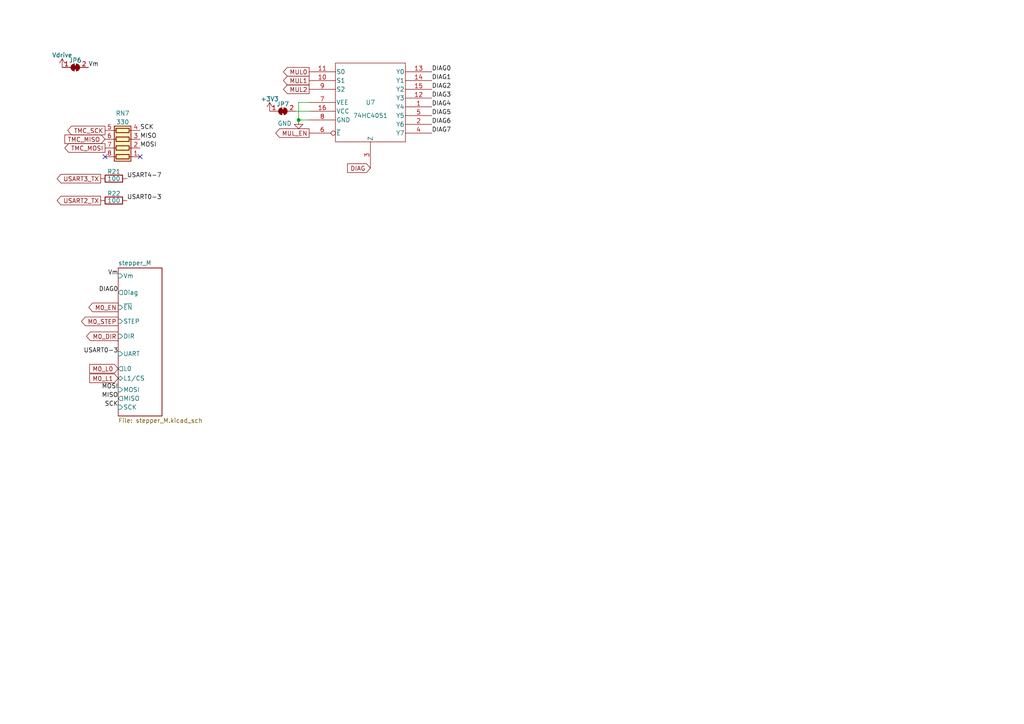
<source format=kicad_sch>
(kicad_sch (version 20211123) (generator eeschema)
  (paper "A4")
  (lib_symbols
    (symbol "Device:R" (pin_numbers hide) (pin_names (offset 0))
      (property "Reference" "R" (at 2.032 0 90))
      (property "Value" "R" (at 0 0 90))
      (symbol "R_0_1"
        (rectangle (start -1.016 -2.54) (end 1.016 2.54) (stroke (width 0.254)))
      )
      (symbol "R_1_1"
        (pin passive line (at 0 3.81 270) (length 1.27) (name "~") (number "1"))
        (pin passive line (at 0 -3.81 90) (length 1.27) (name "~") (number "2"))
      )
    )
    (symbol "Device:R_Pack04" (pin_names (offset 0) hide)
      (property "Reference" "RN" (at -7.62 0 90))
      (property "Value" "R_Pack04" (at 5.08 0 90))
      (symbol "R_Pack04_0_1"
        (rectangle (start -6.35 -2.413) (end 3.81 2.413) (stroke (width 0.254)) (fill (type background)))
        (rectangle (start -5.715 1.905) (end -4.445 -1.905) (stroke (width 0.254)))
        (rectangle (start -3.175 1.905) (end -1.905 -1.905) (stroke (width 0.254)))
        (rectangle (start -0.635 1.905) (end 0.635 -1.905) (stroke (width 0.254)))
        (polyline (pts (xy -5.08 -2.54) (xy -5.08 -1.905)))
        (polyline (pts (xy -5.08 1.905) (xy -5.08 2.54)))
        (polyline (pts (xy -2.54 -2.54) (xy -2.54 -1.905)))
        (polyline (pts (xy -2.54 1.905) (xy -2.54 2.54)))
        (polyline (pts (xy 0 -2.54) (xy 0 -1.905)))
        (polyline (pts (xy 0 1.905) (xy 0 2.54)))
        (polyline (pts (xy 2.54 -2.54) (xy 2.54 -1.905)))
        (polyline (pts (xy 2.54 1.905) (xy 2.54 2.54)))
        (rectangle (start 1.905 1.905) (end 3.175 -1.905) (stroke (width 0.254)))
      )
      (symbol "R_Pack04_1_1"
        (pin passive line (at -5.08 -5.08 90) (length 2.54) (name "R1.1") (number "1"))
        (pin passive line (at -2.54 -5.08 90) (length 2.54) (name "R2.1") (number "2"))
        (pin passive line (at 0 -5.08 90) (length 2.54) (name "R3.1") (number "3"))
        (pin passive line (at 2.54 -5.08 90) (length 2.54) (name "R4.1") (number "4"))
        (pin passive line (at 2.54 5.08 270) (length 2.54) (name "R4.2") (number "5"))
        (pin passive line (at 0 5.08 270) (length 2.54) (name "R3.2") (number "6"))
        (pin passive line (at -2.54 5.08 270) (length 2.54) (name "R2.2") (number "7"))
        (pin passive line (at -5.08 5.08 270) (length 2.54) (name "R1.2") (number "8"))
      )
    )
    (symbol "Jumper:SolderJumper_2_Bridged" (pin_names (offset 0) hide)
      (property "Reference" "JP" (at 0 2.032 0))
      (property "Value" "SolderJumper_2_Bridged" (at 0 -2.54 0))
      (symbol "SolderJumper_2_Bridged_0_1"
        (rectangle (start -0.508 0.508) (end 0.508 -0.508) (fill (type outline)))
        (arc (start -0.254 1.016) (mid -1.27 0) (end -0.254 -1.016))
        (arc (start -0.254 1.016) (mid -1.27 0) (end -0.254 -1.016) (fill (type outline)))
        (polyline (pts (xy -0.254 1.016) (xy -0.254 -1.016)))
        (polyline (pts (xy 0.254 1.016) (xy 0.254 -1.016)))
        (arc (start 0.254 -1.016) (mid 1.27 0) (end 0.254 1.016))
        (arc (start 0.254 -1.016) (mid 1.27 0) (end 0.254 1.016) (fill (type outline)))
      )
      (symbol "SolderJumper_2_Bridged_1_1"
        (pin passive line (at -3.81 0 0) (length 2.54) (name "A") (number "1"))
        (pin passive line (at 3.81 0 180) (length 2.54) (name "B") (number "2"))
      )
    )
    (symbol "power:+3.3V" (power) (pin_names (offset 0))
      (property "Value" "+3.3V" (at 0 3.556 0))
      (symbol "+3.3V_0_1"
        (polyline (pts (xy -0.762 1.27) (xy 0 2.54)))
        (polyline (pts (xy 0 0) (xy 0 2.54)))
        (polyline (pts (xy 0 2.54) (xy 0.762 1.27)))
      )
      (symbol "+3.3V_1_1"
        (pin power_in line (at 0 0 90) (length 0) hide (name "+3V3") (number "1"))
      )
    )
    (symbol "power:GND" (power) (pin_names (offset 0))
      (property "Value" "GND" (at 0 -3.81 0))
      (symbol "GND_0_1"
        (polyline (pts (xy 0 0) (xy 0 -1.27) (xy 1.27 -1.27) (xy 0 -2.54) (xy -1.27 -1.27) (xy 0 -1.27)))
      )
      (symbol "GND_1_1"
        (pin power_in line (at 0 0 270) (length 0) hide (name "GND") (number "1"))
      )
    )
    (symbol "power:Vdrive" (power) (pin_names (offset 0))
      (property "Value" "Vdrive" (at 0 3.81 0))
      (symbol "Vdrive_0_1"
        (polyline (pts (xy -0.762 1.27) (xy 0 2.54)))
        (polyline (pts (xy 0 0) (xy 0 2.54)))
        (polyline (pts (xy 0 2.54) (xy 0.762 1.27)))
      )
      (symbol "Vdrive_1_1"
        (pin power_in line (at 0 0 90) (length 0) hide (name "Vdrive") (number "1"))
      )
    )
    (symbol "stm32-rescue:74HC4051" (pin_names (offset 0.254))
      (property "Reference" "U" (at 0 0 0))
      (property "Value" "74HC4051" (at 0 -3.81 0))
      (symbol "74HC4051_0_1"
        (rectangle (start -10.16 11.43) (end 10.16 -11.43))
      )
      (symbol "74HC4051_1_1"
        (pin bidirectional line (at 17.78 -1.27 180) (length 7.62) (name "Y4") (number "1"))
        (pin input line (at -17.78 6.35 0) (length 7.62) (name "S1") (number "10"))
        (pin input line (at -17.78 8.89 0) (length 7.62) (name "S0") (number "11"))
        (pin bidirectional line (at 17.78 1.27 180) (length 7.62) (name "Y3") (number "12"))
        (pin bidirectional line (at 17.78 8.89 180) (length 7.62) (name "Y0") (number "13"))
        (pin bidirectional line (at 17.78 6.35 180) (length 7.62) (name "Y1") (number "14"))
        (pin bidirectional line (at 17.78 3.81 180) (length 7.62) (name "Y2") (number "15"))
        (pin power_in line (at -17.78 -2.54 0) (length 7.62) (name "VCC") (number "16"))
        (pin bidirectional line (at 17.78 -6.35 180) (length 7.62) (name "Y6") (number "2"))
        (pin bidirectional line (at 0 -19.05 90) (length 7.62) (name "Z") (number "3"))
        (pin bidirectional line (at 17.78 -8.89 180) (length 7.62) (name "Y7") (number "4"))
        (pin bidirectional line (at 17.78 -3.81 180) (length 7.62) (name "Y5") (number "5"))
        (pin input inverted (at -17.78 -8.89 0) (length 7.62) (name "~{E}") (number "6"))
        (pin power_in line (at -17.78 0 0) (length 7.62) (name "VEE") (number "7"))
        (pin power_in line (at -17.78 -5.08 0) (length 7.62) (name "GND") (number "8"))
        (pin input line (at -17.78 3.81 0) (length 7.62) (name "S2") (number "9"))
      )
    )
  )
  (junction (at 86.614 34.798))
  (no_connect (at 40.64 45.466))
  (no_connect (at 30.48 45.466))
  (wire (pts (xy 86.614 34.798) (xy 89.662 34.798)))
  (wire (pts (xy 89.662 29.718) (xy 86.614 29.718)))
  (wire (pts (xy 86.614 29.718) (xy 86.614 34.798)))
  (wire (pts (xy 85.852 32.258) (xy 89.662 32.258)))
  (label "DIAG0" (at 125.222 20.828 0))
  (label "DIAG7" (at 125.222 38.608 0))
  (label "MISO" (at 40.64 40.386 0))
  (label "Vm" (at 34.29 80.01 180))
  (label "USART0-3" (at 34.29 102.616 180))
  (label "DIAG3" (at 125.222 28.448 0))
  (label "DIAG6" (at 125.222 36.068 0))
  (label "SCK" (at 34.29 118.11 180))
  (label "Vm" (at 25.654 19.558 0))
  (label "SCK" (at 40.64 37.846 0))
  (label "MOSI" (at 40.64 42.926 0))
  (label "USART4-7" (at 36.83 51.816 0))
  (label "DIAG1" (at 125.222 23.368 0))
  (label "DIAG0" (at 34.29 84.836 180))
  (label "DIAG2" (at 125.222 25.908 0))
  (label "USART0-3" (at 36.83 58.166 0))
  (label "MOSI" (at 34.29 113.03 180))
  (label "DIAG5" (at 125.222 33.528 0))
  (label "DIAG4" (at 125.222 30.988 0))
  (label "MISO" (at 34.29 115.57 180))
  (global_label "MUL_EN" (shape output) (at 89.662 38.608 180) (property "Intersheet References" "${INTERSHEET_REFS}" (effects hide)))
  (global_label "M0_EN" (shape output) (at 34.29 89.154 180) (property "Intersheet References" "${INTERSHEET_REFS}" (effects hide)))
  (global_label "TMC_SCK" (shape output) (at 30.48 37.846 180) (property "Intersheet References" "${INTERSHEET_REFS}" (effects hide)))
  (global_label "M0_STEP" (shape output) (at 34.29 93.218 180) (property "Intersheet References" "${INTERSHEET_REFS}" (effects hide)))
  (global_label "MUL0" (shape output) (at 89.662 20.828 180) (property "Intersheet References" "${INTERSHEET_REFS}" (effects hide)))
  (global_label "USART2_TX" (shape output) (at 29.21 58.166 180) (property "Intersheet References" "${INTERSHEET_REFS}" (effects hide)))
  (global_label "USART3_TX" (shape output) (at 29.21 51.816 180) (property "Intersheet References" "${INTERSHEET_REFS}" (effects hide)))
  (global_label "DIAG" (shape input) (at 107.442 48.768 180) (property "Intersheet References" "${INTERSHEET_REFS}" (effects hide)))
  (global_label "M0_L0" (shape input) (at 34.29 106.934 180) (property "Intersheet References" "${INTERSHEET_REFS}" (effects hide)))
  (global_label "M0_DIR" (shape output) (at 34.29 97.536 180) (property "Intersheet References" "${INTERSHEET_REFS}" (effects hide)))
  (global_label "TMC_MISO" (shape input) (at 30.48 40.386 180) (property "Intersheet References" "${INTERSHEET_REFS}" (effects hide)))
  (global_label "M0_L1" (shape input) (at 34.29 109.728 180) (property "Intersheet References" "${INTERSHEET_REFS}" (effects hide)))
  (global_label "MUL2" (shape output) (at 89.662 25.908 180) (property "Intersheet References" "${INTERSHEET_REFS}" (effects hide)))
  (global_label "TMC_MOSI" (shape output) (at 30.48 42.926 180) (property "Intersheet References" "${INTERSHEET_REFS}" (effects hide)))
  (global_label "MUL1" (shape output) (at 89.662 23.368 180) (property "Intersheet References" "${INTERSHEET_REFS}" (effects hide)))
  (symbol (lib_id "Jumper:SolderJumper_2_Bridged") (at 21.844 19.558 0) (unit 1)
    (property "Reference" "JP6" (at 21.844 17.5062 0))
    (property "Value" "SolderJumper_2_Bridged" (effects hide))
    (property "Footprint" "Jumper:SolderJumper-2_P1.3mm_Open_TrianglePad1.0x1.5mm" (effects hide))
  )
  (symbol (lib_id "Device:R") (at 33.02 58.166 90) (unit 1)
    (property "Reference" "R22" (at 33.02 56.134 90))
    (property "Value" "100" (at 33.02 58.166 90))
    (property "Footprint" "Resistor_SMD:R_0603_1608Metric_Pad0.98x0.95mm_HandSolder" (effects hide))
  )
  (symbol (lib_id "power:GND") (at 86.614 34.798 0) (unit 1)
    (property "Reference" "#PWR038" (effects hide))
    (property "Value" "GND" (at 82.55 35.814 0))
  )
  (symbol (lib_id "power:Vdrive") (at 18.034 19.558 0) (unit 1)
    (property "Reference" "#PWR018" (effects hide))
    (property "Value" "Vdrive" (at 18.034 15.9822 0))
  )
  (symbol (lib_id "Jumper:SolderJumper_2_Bridged") (at 82.042 32.258 0) (unit 1)
    (property "Reference" "JP7" (at 82.042 30.2062 0))
    (property "Value" "SolderJumper_2_Bridged" (effects hide))
    (property "Footprint" "Jumper:SolderJumper-2_P1.3mm_Open_TrianglePad1.0x1.5mm" (effects hide))
  )
  (symbol (lib_id "stm32-rescue:74HC4051") (at 107.442 29.718 0) (unit 1)
    (property "Reference" "U7" (at 107.442 29.718 0))
    (property "Value" "74HC4051" (at 107.442 33.528 0))
    (property "Footprint" "Package_SO:SOIC-16_3.9x9.9mm_P1.27mm" (effects hide))
  )
  (symbol (lib_id "Device:R") (at 33.02 51.816 90) (unit 1)
    (property "Reference" "R21" (at 33.02 49.784 90))
    (property "Value" "100" (at 33.02 51.816 90))
    (property "Footprint" "Resistor_SMD:R_0603_1608Metric_Pad0.98x0.95mm_HandSolder" (effects hide))
  )
  (symbol (lib_id "Device:R_Pack04") (at 35.56 40.386 90) (unit 1)
    (property "Reference" "RN7" (at 35.56 32.8762 90))
    (property "Value" "330" (at 35.56 35.4131 90))
    (property "Footprint" "Resistor_SMD:R_Array_Convex_4x0603" (effects hide))
  )
  (symbol (lib_id "power:+3.3V") (at 78.232 32.258 0) (unit 1)
    (property "Reference" "#PWR037" (effects hide))
    (property "Value" "+3.3V" (at 78.232 28.702 0))
  )
  (sheet (at 34.29 77.724) (size 12.7 42.926) (stroke (width 0.1524))
    (property "Sheet name" "stepper_M" (at 34.29 77.0124 0) (effects (justify left bottom)))
    (property "Sheet file" "stepper_M.kicad_sch" (at 34.29 121.2346 0) (effects (justify left top)))
    (pin "Vm" input (at 34.29 80.01 180))
    (pin "Diag" output (at 34.29 84.836 180))
    (pin "~{EN}" input (at 34.29 89.154 180))
    (pin "STEP" input (at 34.29 93.218 180))
    (pin "DIR" input (at 34.29 97.536 180))
    (pin "MOSI" input (at 34.29 113.03 180))
    (pin "MISO" output (at 34.29 115.57 180))
    (pin "SCK" input (at 34.29 118.11 180))
    (pin "L1{slash}CS" bidirectional (at 34.29 109.728 180))
    (pin "UART" input (at 34.29 102.616 180))
    (pin "L0" output (at 34.29 106.934 180))
  )
)
</source>
